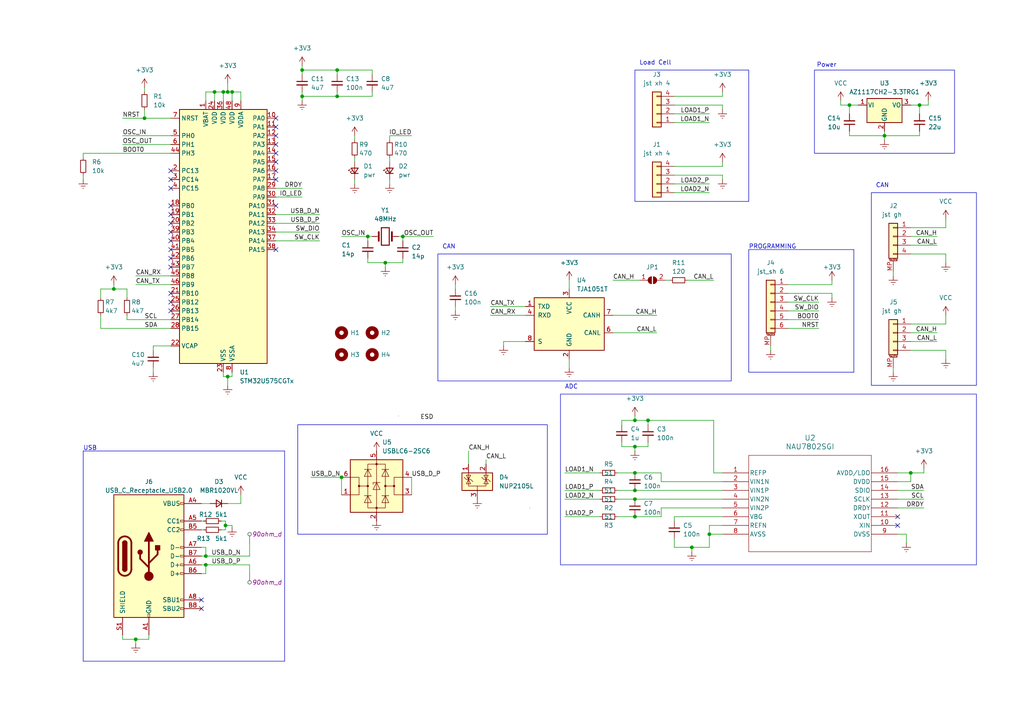
<source format=kicad_sch>
(kicad_sch (version 20230121) (generator eeschema)
  (paper "A4")
  (lib_symbols
    (symbol "+3V3_11" (power) (pin_names (offset 0))
      (property "Value" "+3V3_11" (at 0 3.556 0))
      (symbol "+3V3_11_1_1"
        (pin power_in line (at 0 0 90) (length 0) hide (name "+3V3") (number "1"))
      )
    )
    (symbol "Connector:USB_C_Receptacle_USB2.0" (pin_names (offset 1.016))
      (property "Reference" "J" (at -10.16 19.05 0))
      (property "Value" "USB_C_Receptacle_USB2.0" (at 19.05 19.05 0))
      (symbol "USB_C_Receptacle_USB2.0_1_1"
        (pin passive line (at 0 -22.86 90) (length 5.08) (name "GND") (number "A1"))
        (pin passive line (at 0 -22.86 90) (length 5.08) hide (name "GND") (number "A12"))
        (pin passive line (at 15.24 15.24 180) (length 5.08) (name "VBUS") (number "A4"))
        (pin bidirectional line (at 15.24 10.16 180) (length 5.08) (name "CC1") (number "A5"))
        (pin bidirectional line (at 15.24 -2.54 180) (length 5.08) (name "D+") (number "A6"))
        (pin bidirectional line (at 15.24 2.54 180) (length 5.08) (name "D-") (number "A7"))
        (pin bidirectional line (at 15.24 -12.7 180) (length 5.08) (name "SBU1") (number "A8"))
        (pin passive line (at 15.24 15.24 180) (length 5.08) hide (name "VBUS") (number "A9"))
        (pin passive line (at 0 -22.86 90) (length 5.08) hide (name "GND") (number "B1"))
        (pin passive line (at 0 -22.86 90) (length 5.08) hide (name "GND") (number "B12"))
        (pin passive line (at 15.24 15.24 180) (length 5.08) hide (name "VBUS") (number "B4"))
        (pin bidirectional line (at 15.24 7.62 180) (length 5.08) (name "CC2") (number "B5"))
        (pin bidirectional line (at 15.24 -5.08 180) (length 5.08) (name "D+") (number "B6"))
        (pin bidirectional line (at 15.24 0 180) (length 5.08) (name "D-") (number "B7"))
        (pin bidirectional line (at 15.24 -15.24 180) (length 5.08) (name "SBU2") (number "B8"))
        (pin passive line (at 15.24 15.24 180) (length 5.08) hide (name "VBUS") (number "B9"))
        (pin passive line (at -7.62 -22.86 90) (length 5.08) (name "SHIELD") (number "S1"))
      )
    )
    (symbol "Connector_Generic:Conn_01x04" (pin_names (offset 1.016) hide)
      (property "Reference" "J" (at 0 5.08 0))
      (property "Value" "Conn_01x04" (at 0 -7.62 0))
      (symbol "Conn_01x04_1_1"
        (pin passive line (at -5.08 2.54 0) (length 3.81) (name "Pin_1") (number "1"))
        (pin passive line (at -5.08 0 0) (length 3.81) (name "Pin_2") (number "2"))
        (pin passive line (at -5.08 -2.54 0) (length 3.81) (name "Pin_3") (number "3"))
        (pin passive line (at -5.08 -5.08 0) (length 3.81) (name "Pin_4") (number "4"))
      )
    )
    (symbol "Connector_Generic_MountingPin:Conn_01x04_MountingPin" (pin_names (offset 1.016) hide)
      (property "Reference" "J" (at 0 5.08 0))
      (property "Value" "Conn_01x04_MountingPin" (at 1.27 -7.62 0))
      (symbol "Conn_01x04_MountingPin_1_1"
        (text "Mounting" (at 0 -6.731 0) (effects (font (size 0.381 0.381))))
        (pin passive line (at -5.08 2.54 0) (length 3.81) (name "Pin_1") (number "1"))
        (pin passive line (at -5.08 0 0) (length 3.81) (name "Pin_2") (number "2"))
        (pin passive line (at -5.08 -2.54 0) (length 3.81) (name "Pin_3") (number "3"))
        (pin passive line (at -5.08 -5.08 0) (length 3.81) (name "Pin_4") (number "4"))
        (pin passive line (at 0 -10.16 90) (length 3.048) (name "MountPin") (number "MP"))
      )
    )
    (symbol "Connector_Generic_MountingPin:Conn_01x06_MountingPin" (pin_names (offset 1.016) hide)
      (property "Reference" "J" (at 0 7.62 0))
      (property "Value" "Conn_01x06_MountingPin" (at 1.27 -10.16 0))
      (symbol "Conn_01x06_MountingPin_1_1"
        (text "Mounting" (at 0 -9.271 0) (effects (font (size 0.381 0.381))))
        (pin passive line (at -5.08 5.08 0) (length 3.81) (name "Pin_1") (number "1"))
        (pin passive line (at -5.08 2.54 0) (length 3.81) (name "Pin_2") (number "2"))
        (pin passive line (at -5.08 0 0) (length 3.81) (name "Pin_3") (number "3"))
        (pin passive line (at -5.08 -2.54 0) (length 3.81) (name "Pin_4") (number "4"))
        (pin passive line (at -5.08 -5.08 0) (length 3.81) (name "Pin_5") (number "5"))
        (pin passive line (at -5.08 -7.62 0) (length 3.81) (name "Pin_6") (number "6"))
        (pin passive line (at 0 -12.7 90) (length 3.048) (name "MountPin") (number "MP"))
      )
    )
    (symbol "Device:C_Small" (pin_numbers hide) (pin_names (offset 0.254) hide)
      (property "Reference" "C" (at 0.254 1.778 0))
      (property "Value" "C_Small" (at 0.254 -2.032 0))
      (symbol "C_Small_1_1"
        (pin passive line (at 0 2.54 270) (length 2.032) (name "~") (number "1"))
        (pin passive line (at 0 -2.54 90) (length 2.032) (name "~") (number "2"))
      )
    )
    (symbol "Device:Crystal" (pin_numbers hide) (pin_names (offset 1.016) hide)
      (property "Reference" "Y" (at 0 3.81 0))
      (property "Value" "Crystal" (at 0 -3.81 0))
      (symbol "Crystal_1_1"
        (pin passive line (at -3.81 0 0) (length 1.27) (name "1") (number "1"))
        (pin passive line (at 3.81 0 180) (length 1.27) (name "2") (number "2"))
      )
    )
    (symbol "Device:D_Small" (pin_numbers hide) (pin_names (offset 0.254) hide)
      (property "Reference" "D" (at -1.27 2.032 0))
      (property "Value" "D_Small" (at -3.81 -2.032 0))
      (symbol "D_Small_1_1"
        (pin passive line (at -2.54 0 0) (length 1.778) (name "K") (number "1"))
        (pin passive line (at 2.54 0 180) (length 1.778) (name "A") (number "2"))
      )
    )
    (symbol "Device:LED_Small" (pin_numbers hide) (pin_names (offset 0.254) hide)
      (property "Reference" "D" (at -1.27 3.175 0))
      (property "Value" "LED_Small" (at -4.445 -2.54 0))
      (symbol "LED_Small_1_1"
        (pin passive line (at -2.54 0 0) (length 1.778) (name "K") (number "1"))
        (pin passive line (at 2.54 0 180) (length 1.778) (name "A") (number "2"))
      )
    )
    (symbol "Device:R_Small" (pin_numbers hide) (pin_names (offset 0.254) hide)
      (property "Reference" "R" (at 0.762 0.508 0))
      (property "Value" "R_Small" (at 0.762 -1.016 0))
      (symbol "R_Small_1_1"
        (pin passive line (at 0 2.54 270) (length 0.762) (name "~") (number "1"))
        (pin passive line (at 0 -2.54 90) (length 0.762) (name "~") (number "2"))
      )
    )
    (symbol "Earth_11" (power) (pin_names (offset 0))
      (symbol "Earth_11_1_1"
        (pin power_in line (at 0 0 270) (length 0) hide (name "Earth") (number "1"))
      )
    )
    (symbol "Earth_12" (power) (pin_names (offset 0))
      (symbol "Earth_12_1_1"
        (pin power_in line (at 0 0 270) (length 0) hide (name "Earth") (number "1"))
      )
    )
    (symbol "Earth_14" (power) (pin_names (offset 0))
      (symbol "Earth_14_1_1"
        (pin power_in line (at 0 0 270) (length 0) hide (name "Earth") (number "1"))
      )
    )
    (symbol "Earth_18" (power) (pin_names (offset 0))
      (symbol "Earth_18_1_1"
        (pin power_in line (at 0 0 270) (length 0) hide (name "Earth") (number "1"))
      )
    )
    (symbol "Earth_21" (power) (pin_names (offset 0))
      (symbol "Earth_21_1_1"
        (pin power_in line (at 0 0 270) (length 0) hide (name "Earth") (number "1"))
      )
    )
    (symbol "Earth_24" (power) (pin_names (offset 0))
      (symbol "Earth_24_1_1"
        (pin power_in line (at 0 0 270) (length 0) hide (name "Earth") (number "1"))
      )
    )
    (symbol "Interface_CAN_LIN:TJA1051T" (pin_names (offset 1.016))
      (property "Reference" "U" (at -10.16 8.89 0))
      (property "Value" "TJA1051T" (at 1.27 8.89 0))
      (symbol "TJA1051T_1_1"
        (pin input line (at -12.7 5.08 0) (length 2.54) (name "TXD") (number "1"))
        (pin power_in line (at 0 -10.16 90) (length 2.54) (name "GND") (number "2"))
        (pin power_in line (at 0 10.16 270) (length 2.54) (name "VCC") (number "3"))
        (pin output line (at -12.7 2.54 0) (length 2.54) (name "RXD") (number "4"))
        (pin no_connect line (at -10.16 -2.54 0) (length 2.54) hide (name "NC") (number "5"))
        (pin bidirectional line (at 12.7 -2.54 180) (length 2.54) (name "CANL") (number "6"))
        (pin bidirectional line (at 12.7 2.54 180) (length 2.54) (name "CANH") (number "7"))
        (pin input line (at -12.7 -5.08 0) (length 2.54) (name "S") (number "8"))
      )
    )
    (symbol "Jumper:SolderJumper_2_Open" (pin_names (offset 0) hide)
      (property "Reference" "JP" (at 0 2.032 0))
      (property "Value" "SolderJumper_2_Open" (at 0 -2.54 0))
      (symbol "SolderJumper_2_Open_1_1"
        (pin passive line (at -3.81 0 0) (length 2.54) (name "A") (number "1"))
        (pin passive line (at 3.81 0 180) (length 2.54) (name "B") (number "2"))
      )
    )
    (symbol "MCU_ST_STM32U5:STM32U575CGTx"
      (property "Reference" "U" (at -12.7 39.37 0))
      (property "Value" "STM32U575CGTx" (at 7.62 39.37 0))
      (symbol "STM32U575CGTx_1_1"
        (pin power_in line (at -5.08 40.64 270) (length 2.54) (name "VBAT") (number "1"))
        (pin bidirectional line (at 15.24 35.56 180) (length 2.54) (name "PA0") (number "10"))
        (pin bidirectional line (at 15.24 33.02 180) (length 2.54) (name "PA1") (number "11"))
        (pin bidirectional line (at 15.24 30.48 180) (length 2.54) (name "PA2") (number "12"))
        (pin bidirectional line (at 15.24 27.94 180) (length 2.54) (name "PA3") (number "13"))
        (pin bidirectional line (at 15.24 25.4 180) (length 2.54) (name "PA4") (number "14"))
        (pin bidirectional line (at 15.24 22.86 180) (length 2.54) (name "PA5") (number "15"))
        (pin bidirectional line (at 15.24 20.32 180) (length 2.54) (name "PA6") (number "16"))
        (pin bidirectional line (at 15.24 17.78 180) (length 2.54) (name "PA7") (number "17"))
        (pin bidirectional line (at -15.24 10.16 0) (length 2.54) (name "PB0") (number "18"))
        (pin bidirectional line (at -15.24 7.62 0) (length 2.54) (name "PB1") (number "19"))
        (pin bidirectional line (at -15.24 20.32 0) (length 2.54) (name "PC13") (number "2"))
        (pin bidirectional line (at -15.24 5.08 0) (length 2.54) (name "PB2") (number "20"))
        (pin bidirectional line (at -15.24 -15.24 0) (length 2.54) (name "PB10") (number "21"))
        (pin power_out line (at -15.24 -30.48 0) (length 2.54) (name "VCAP") (number "22"))
        (pin power_in line (at 0 -38.1 90) (length 2.54) (name "VSS") (number "23"))
        (pin power_in line (at -2.54 40.64 270) (length 2.54) (name "VDD") (number "24"))
        (pin bidirectional line (at -15.24 -17.78 0) (length 2.54) (name "PB12") (number "25"))
        (pin bidirectional line (at -15.24 -20.32 0) (length 2.54) (name "PB13") (number "26"))
        (pin bidirectional line (at -15.24 -22.86 0) (length 2.54) (name "PB14") (number "27"))
        (pin bidirectional line (at -15.24 -25.4 0) (length 2.54) (name "PB15") (number "28"))
        (pin bidirectional line (at 15.24 15.24 180) (length 2.54) (name "PA8") (number "29"))
        (pin bidirectional line (at -15.24 17.78 0) (length 2.54) (name "PC14") (number "3"))
        (pin bidirectional line (at 15.24 12.7 180) (length 2.54) (name "PA9") (number "30"))
        (pin bidirectional line (at 15.24 10.16 180) (length 2.54) (name "PA10") (number "31"))
        (pin bidirectional line (at 15.24 7.62 180) (length 2.54) (name "PA11") (number "32"))
        (pin bidirectional line (at 15.24 5.08 180) (length 2.54) (name "PA12") (number "33"))
        (pin bidirectional line (at 15.24 2.54 180) (length 2.54) (name "PA13") (number "34"))
        (pin passive line (at 0 -38.1 90) (length 2.54) hide (name "VSS") (number "35"))
        (pin power_in line (at 0 40.64 270) (length 2.54) (name "VDD") (number "36"))
        (pin bidirectional line (at 15.24 0 180) (length 2.54) (name "PA14") (number "37"))
        (pin bidirectional line (at 15.24 -2.54 180) (length 2.54) (name "PA15") (number "38"))
        (pin bidirectional line (at -15.24 2.54 0) (length 2.54) (name "PB3") (number "39"))
        (pin bidirectional line (at -15.24 15.24 0) (length 2.54) (name "PC15") (number "4"))
        (pin bidirectional line (at -15.24 0 0) (length 2.54) (name "PB4") (number "40"))
        (pin bidirectional line (at -15.24 -2.54 0) (length 2.54) (name "PB5") (number "41"))
        (pin bidirectional line (at -15.24 -5.08 0) (length 2.54) (name "PB6") (number "42"))
        (pin bidirectional line (at -15.24 -7.62 0) (length 2.54) (name "PB7") (number "43"))
        (pin bidirectional line (at -15.24 25.4 0) (length 2.54) (name "PH3") (number "44"))
        (pin bidirectional line (at -15.24 -10.16 0) (length 2.54) (name "PB8") (number "45"))
        (pin bidirectional line (at -15.24 -12.7 0) (length 2.54) (name "PB9") (number "46"))
        (pin passive line (at 0 -38.1 90) (length 2.54) hide (name "VSS") (number "47"))
        (pin power_in line (at 2.54 40.64 270) (length 2.54) (name "VDD") (number "48"))
        (pin bidirectional line (at -15.24 30.48 0) (length 2.54) (name "PH0") (number "5"))
        (pin bidirectional line (at -15.24 27.94 0) (length 2.54) (name "PH1") (number "6"))
        (pin input line (at -15.24 35.56 0) (length 2.54) (name "NRST") (number "7"))
        (pin power_in line (at 2.54 -38.1 90) (length 2.54) (name "VSSA") (number "8"))
        (pin power_in line (at 5.08 40.64 270) (length 2.54) (name "VDDA") (number "9"))
      )
    )
    (symbol "Mechanical:MountingHole" (pin_names (offset 1.016))
      (property "Reference" "H" (at 0 5.08 0))
      (property "Value" "MountingHole" (at 0 3.175 0))
    )
    (symbol "NAU7802SGI:NAU7802SGI" (pin_names (offset 0.254))
      (property "Reference" "U" (at 25.4 10.16 0))
      (property "Value" "NAU7802SGI" (at 25.4 7.62 0))
      (symbol "NAU7802SGI_0_1"
        (pin unspecified line (at 0 0 0) (length 7.62) (name "REFP") (number "1"))
        (pin unspecified line (at 50.8 -15.24 180) (length 7.62) (name "XIN") (number "10"))
        (pin output line (at 50.8 -12.7 180) (length 7.62) (name "XOUT") (number "11"))
        (pin unspecified line (at 50.8 -10.16 180) (length 7.62) (name "DRDY") (number "12"))
        (pin unspecified line (at 50.8 -7.62 180) (length 7.62) (name "SCLK") (number "13"))
        (pin unspecified line (at 50.8 -5.08 180) (length 7.62) (name "SDIO") (number "14"))
        (pin power_in line (at 50.8 -2.54 180) (length 7.62) (name "DVDD") (number "15"))
        (pin power_in line (at 50.8 0 180) (length 7.62) (name "AVDD/LDO") (number "16"))
        (pin input line (at 0 -2.54 0) (length 7.62) (name "VIN1N") (number "2"))
        (pin input line (at 0 -5.08 0) (length 7.62) (name "VIN1P") (number "3"))
        (pin input line (at 0 -7.62 0) (length 7.62) (name "VIN2N") (number "4"))
        (pin input line (at 0 -10.16 0) (length 7.62) (name "VIN2P") (number "5"))
        (pin unspecified line (at 0 -12.7 0) (length 7.62) (name "VBG") (number "6"))
        (pin unspecified line (at 0 -15.24 0) (length 7.62) (name "REFN") (number "7"))
        (pin power_out line (at 0 -17.78 0) (length 7.62) (name "AVSS") (number "8"))
        (pin power_out line (at 50.8 -17.78 180) (length 7.62) (name "DVSS") (number "9"))
      )
    )
    (symbol "Power_Protection:NUP2105L" (pin_names hide)
      (property "Reference" "D" (at 5.715 2.54 0))
      (property "Value" "NUP2105L" (at 5.715 0.635 0))
      (symbol "NUP2105L_0_0"
        (pin passive line (at 0 -5.08 90) (length 2.54) (name "A") (number "3"))
      )
      (symbol "NUP2105L_1_1"
        (pin passive line (at -2.54 5.08 270) (length 2.54) (name "K") (number "1"))
        (pin passive line (at 2.54 5.08 270) (length 2.54) (name "K") (number "2"))
      )
    )
    (symbol "Power_Protection:USBLC6-2SC6" (pin_names hide)
      (property "Reference" "U" (at 2.54 8.89 0))
      (property "Value" "USBLC6-2SC6" (at 2.54 -8.89 0))
      (symbol "USBLC6-2SC6_1_1"
        (pin passive line (at -10.16 -2.54 0) (length 2.54) (name "I/O1") (number "1"))
        (pin passive line (at 0 -10.16 90) (length 2.54) (name "GND") (number "2"))
        (pin passive line (at 10.16 -2.54 180) (length 2.54) (name "I/O2") (number "3"))
        (pin passive line (at 10.16 2.54 180) (length 2.54) (name "I/O2") (number "4"))
        (pin passive line (at 0 10.16 270) (length 2.54) (name "VBUS") (number "5"))
        (pin passive line (at -10.16 2.54 0) (length 2.54) (name "I/O1") (number "6"))
      )
    )
    (symbol "Regulator_Linear:LM2936-3.3" (pin_names (offset 0.254))
      (property "Reference" "U" (at -3.81 3.175 0))
      (property "Value" "LM2936-3.3" (at 0 3.175 0))
      (symbol "LM2936-3.3_1_1"
        (pin power_in line (at -7.62 0 0) (length 2.54) (name "VI") (number "1"))
        (pin power_in line (at 0 -7.62 90) (length 2.54) (name "GND") (number "2"))
        (pin power_out line (at 7.62 0 180) (length 2.54) (name "VO") (number "3"))
      )
    )
    (symbol "power:+3V3" (power) (pin_names (offset 0))
      (property "Value" "+3V3" (at 0 3.556 0))
      (symbol "+3V3_1_1"
        (pin power_in line (at 0 0 90) (length 0) hide (name "+3V3") (number "1"))
      )
    )
    (symbol "power:Earth" (power) (pin_names (offset 0))
      (symbol "Earth_1_1"
        (pin power_in line (at 0 0 270) (length 0) hide (name "Earth") (number "1"))
      )
    )
    (symbol "power:VCC" (power) (pin_names (offset 0))
      (property "Value" "VCC" (at 0 3.81 0))
      (symbol "VCC_1_1"
        (pin power_in line (at 0 0 90) (length 0) hide (name "VCC") (number "1"))
      )
    )
  )
  (junction (at 200.66 158.75))
  (junction (at 39.37 185.42))
  (junction (at 87.63 20.32))
  (junction (at 205.74 154.94))
  (junction (at 66.04 109.22))
  (junction (at 184.15 129.54))
  (junction (at 66.04 26.67))
  (junction (at 67.31 26.67))
  (junction (at 62.23 26.67))
  (junction (at 187.96 121.92))
  (junction (at 87.63 27.94))
  (junction (at 59.69 163.83))
  (junction (at 116.84 68.58))
  (junction (at 64.77 26.67))
  (junction (at 184.15 142.24))
  (junction (at 184.15 144.78))
  (junction (at 256.54 39.37))
  (junction (at 266.7 30.48))
  (junction (at 59.69 161.29))
  (junction (at 99.06 138.43))
  (junction (at 264.16 137.16))
  (junction (at 246.38 30.48))
  (junction (at 106.68 68.58))
  (junction (at 111.76 76.2))
  (junction (at 97.79 20.32))
  (junction (at 184.15 149.86))
  (junction (at 184.15 137.16))
  (junction (at 33.02 83.82))
  (junction (at 184.15 121.92))
  (junction (at 97.79 27.94))
  (junction (at 65.405 152.4))
  (junction (at 41.91 34.29))
  (no_connect (at 58.42 176.53))
  (no_connect (at 80.01 72.39))
  (no_connect (at 260.35 149.86))
  (no_connect (at 49.53 54.61))
  (no_connect (at 49.53 59.69))
  (no_connect (at 49.53 74.93))
  (no_connect (at 49.53 64.77))
  (no_connect (at 80.01 34.29))
  (no_connect (at 49.53 90.17))
  (no_connect (at 49.53 77.47))
  (no_connect (at 49.53 67.31))
  (no_connect (at 80.01 59.69))
  (no_connect (at 260.35 152.4))
  (no_connect (at 49.53 87.63))
  (no_connect (at 80.01 36.83))
  (no_connect (at 49.53 69.85))
  (no_connect (at 80.01 52.07))
  (no_connect (at 80.01 41.91))
  (no_connect (at 58.42 173.99))
  (no_connect (at 80.01 46.99))
  (no_connect (at 49.53 72.39))
  (no_connect (at 80.01 39.37))
  (no_connect (at 80.01 49.53))
  (no_connect (at 49.53 62.23))
  (no_connect (at 49.53 85.09))
  (no_connect (at 49.53 49.53))
  (no_connect (at 49.53 52.07))
  (no_connect (at 80.01 44.45))
  (wire (pts (xy 41.91 25.4) (xy 41.91 26.67)))
  (wire (pts (xy 87.63 19.05) (xy 87.63 20.32)))
  (wire (pts (xy 195.58 35.56) (xy 205.74 35.56)))
  (wire (pts (xy 58.42 163.83) (xy 59.69 163.83)))
  (wire (pts (xy 165.1 81.28) (xy 165.1 83.82)))
  (wire (pts (xy 163.83 137.16) (xy 173.99 137.16)))
  (wire (pts (xy 64.77 26.67) (xy 62.23 26.67)))
  (wire (pts (xy 66.04 109.22) (xy 67.31 109.22)))
  (wire (pts (xy 267.97 137.16) (xy 264.16 137.16)))
  (wire (pts (xy 165.1 104.14) (xy 165.1 106.68)))
  (wire (pts (xy 193.04 81.28) (xy 194.31 81.28)))
  (wire (pts (xy 66.04 109.22) (xy 66.04 111.76)))
  (wire (pts (xy 264.16 73.66) (xy 274.32 73.66)))
  (wire (pts (xy 177.8 81.28) (xy 185.42 81.28)))
  (wire (pts (xy 177.8 96.52) (xy 190.5 96.52)))
  (wire (pts (xy 39.37 80.01) (xy 49.53 80.01)))
  (wire (pts (xy 142.24 88.9) (xy 152.4 88.9)))
  (wire (pts (xy 209.55 137.16) (xy 207.01 137.16)))
  (wire (pts (xy 163.83 149.86) (xy 173.99 149.86)))
  (wire (pts (xy 256.54 39.37) (xy 266.7 39.37)))
  (wire (pts (xy 266.7 39.37) (xy 266.7 38.1)))
  (wire (pts (xy 246.38 30.48) (xy 243.84 30.48)))
  (wire (pts (xy 113.03 39.37) (xy 113.03 40.64)))
  (wire (pts (xy 39.37 82.55) (xy 49.53 82.55)))
  (wire (pts (xy 209.55 50.8) (xy 209.55 52.07)))
  (wire (pts (xy 80.01 64.77) (xy 92.71 64.77)))
  (wire (pts (xy 58.42 166.37) (xy 59.69 166.37)))
  (wire (pts (xy 256.54 39.37) (xy 256.54 40.64)))
  (wire (pts (xy 65.405 152.4) (xy 67.31 152.4)))
  (wire (pts (xy 184.15 120.65) (xy 184.15 121.92)))
  (wire (pts (xy 24.13 44.45) (xy 24.13 45.72)))
  (wire (pts (xy 260.35 139.7) (xy 264.16 139.7)))
  (wire (pts (xy 195.58 156.21) (xy 195.58 158.75)))
  (wire (pts (xy 64.135 153.67) (xy 65.405 153.67)))
  (wire (pts (xy 191.77 139.7) (xy 191.77 137.16)))
  (wire (pts (xy 132.08 82.55) (xy 132.08 83.82)))
  (wire (pts (xy 87.63 54.61) (xy 80.01 54.61)))
  (wire (pts (xy 116.84 68.58) (xy 125.73 68.58)))
  (wire (pts (xy 142.24 91.44) (xy 152.4 91.44)))
  (wire (pts (xy 195.58 55.88) (xy 205.74 55.88)))
  (wire (pts (xy 241.3 81.28) (xy 241.3 82.55)))
  (wire (pts (xy 39.37 185.42) (xy 39.37 186.69)))
  (wire (pts (xy 59.69 29.21) (xy 59.69 26.67)))
  (wire (pts (xy 135.89 130.81) (xy 135.89 134.62)))
  (wire (pts (xy 69.85 146.05) (xy 69.85 143.51)))
  (wire (pts (xy 152.4 99.06) (xy 146.05 99.06)))
  (wire (pts (xy 102.87 39.37) (xy 102.87 40.64)))
  (wire (pts (xy 228.6 82.55) (xy 241.3 82.55)))
  (wire (pts (xy 163.83 142.24) (xy 173.99 142.24)))
  (wire (pts (xy 80.01 57.15) (xy 87.63 57.15)))
  (wire (pts (xy 260.35 154.94) (xy 262.89 154.94)))
  (wire (pts (xy 180.34 129.54) (xy 184.15 129.54)))
  (wire (pts (xy 248.92 30.48) (xy 246.38 30.48)))
  (wire (pts (xy 116.84 76.2) (xy 116.84 74.93)))
  (wire (pts (xy 195.58 48.26) (xy 209.55 48.26)))
  (wire (pts (xy 72.39 157.48) (xy 72.39 161.29)))
  (wire (pts (xy 228.6 90.17) (xy 237.49 90.17)))
  (wire (pts (xy 59.69 166.37) (xy 59.69 163.83)))
  (wire (pts (xy 184.15 144.78) (xy 209.55 144.78)))
  (wire (pts (xy 179.07 142.24) (xy 184.15 142.24)))
  (polyline (pts (xy 217.17 72.39) (xy 247.65 72.39)))
  (wire (pts (xy 199.39 81.28) (xy 207.01 81.28)))
  (wire (pts (xy 59.69 161.29) (xy 72.39 161.29)))
  (wire (pts (xy 264.16 71.12) (xy 271.78 71.12)))
  (polyline (pts (xy 247.65 107.95) (xy 217.17 107.95)))
  (wire (pts (xy 35.56 184.15) (xy 35.56 185.42)))
  (wire (pts (xy 187.96 129.54) (xy 187.96 128.27)))
  (wire (pts (xy 107.95 27.94) (xy 107.95 26.67)))
  (wire (pts (xy 66.04 26.67) (xy 64.77 26.67)))
  (wire (pts (xy 264.16 30.48) (xy 266.7 30.48)))
  (wire (pts (xy 195.58 33.02) (xy 205.74 33.02)))
  (wire (pts (xy 69.85 29.21) (xy 69.85 26.67)))
  (wire (pts (xy 87.63 20.32) (xy 87.63 21.59)))
  (wire (pts (xy 184.15 149.86) (xy 191.77 149.86)))
  (wire (pts (xy 41.91 34.29) (xy 49.53 34.29)))
  (wire (pts (xy 195.58 53.34) (xy 205.74 53.34)))
  (wire (pts (xy 113.03 45.72) (xy 113.03 46.99)))
  (wire (pts (xy 99.06 138.43) (xy 99.06 143.51)))
  (wire (pts (xy 228.6 85.09) (xy 241.3 85.09)))
  (wire (pts (xy 177.8 91.44) (xy 190.5 91.44)))
  (wire (pts (xy 62.23 26.67) (xy 62.23 29.21)))
  (wire (pts (xy 260.35 144.78) (xy 267.97 144.78)))
  (wire (pts (xy 228.6 92.71) (xy 237.49 92.71)))
  (wire (pts (xy 191.77 149.86) (xy 191.77 147.32)))
  (wire (pts (xy 29.21 83.82) (xy 33.02 83.82)))
  (wire (pts (xy 87.63 27.94) (xy 87.63 29.21)))
  (wire (pts (xy 58.42 146.05) (xy 60.96 146.05)))
  (wire (pts (xy 115.57 68.58) (xy 116.84 68.58)))
  (wire (pts (xy 41.91 31.75) (xy 41.91 34.29)))
  (wire (pts (xy 59.69 26.67) (xy 62.23 26.67)))
  (wire (pts (xy 179.07 149.86) (xy 184.15 149.86)))
  (polyline (pts (xy 247.65 72.39) (xy 247.65 107.95)))
  (wire (pts (xy 69.85 26.67) (xy 67.31 26.67)))
  (wire (pts (xy 184.15 129.54) (xy 187.96 129.54)))
  (wire (pts (xy 35.56 39.37) (xy 49.53 39.37)))
  (wire (pts (xy 67.31 26.67) (xy 67.31 29.21)))
  (wire (pts (xy 59.69 161.29) (xy 59.69 158.75)))
  (wire (pts (xy 163.83 144.78) (xy 173.99 144.78)))
  (wire (pts (xy 180.34 121.92) (xy 184.15 121.92)))
  (wire (pts (xy 184.15 142.24) (xy 209.55 142.24)))
  (wire (pts (xy 256.54 38.1) (xy 256.54 39.37)))
  (wire (pts (xy 132.08 90.17) (xy 132.08 88.9)))
  (wire (pts (xy 267.97 135.89) (xy 267.97 137.16)))
  (wire (pts (xy 66.04 146.05) (xy 69.85 146.05)))
  (wire (pts (xy 64.77 107.95) (xy 64.77 109.22)))
  (wire (pts (xy 80.01 62.23) (xy 92.71 62.23)))
  (wire (pts (xy 205.74 154.94) (xy 209.55 154.94)))
  (wire (pts (xy 264.16 96.52) (xy 271.78 96.52)))
  (wire (pts (xy 195.58 30.48) (xy 209.55 30.48)))
  (wire (pts (xy 35.56 41.91) (xy 49.53 41.91)))
  (wire (pts (xy 113.03 52.07) (xy 113.03 53.34)))
  (wire (pts (xy 107.95 21.59) (xy 107.95 20.32)))
  (wire (pts (xy 259.08 106.68) (xy 259.08 107.95)))
  (wire (pts (xy 97.79 20.32) (xy 87.63 20.32)))
  (wire (pts (xy 195.58 149.86) (xy 209.55 149.86)))
  (wire (pts (xy 191.77 147.32) (xy 209.55 147.32)))
  (wire (pts (xy 119.38 138.43) (xy 119.38 143.51)))
  (wire (pts (xy 113.03 39.37) (xy 119.38 39.37)))
  (wire (pts (xy 223.52 100.33) (xy 223.52 101.6)))
  (wire (pts (xy 260.35 137.16) (xy 264.16 137.16)))
  (wire (pts (xy 116.84 69.85) (xy 116.84 68.58)))
  (wire (pts (xy 35.56 34.29) (xy 41.91 34.29)))
  (wire (pts (xy 33.02 83.82) (xy 33.02 82.55)))
  (wire (pts (xy 264.16 68.58) (xy 271.78 68.58)))
  (wire (pts (xy 180.34 128.27) (xy 180.34 129.54)))
  (wire (pts (xy 184.15 121.92) (xy 187.96 121.92)))
  (wire (pts (xy 87.63 27.94) (xy 97.79 27.94)))
  (wire (pts (xy 209.55 152.4) (xy 205.74 152.4)))
  (wire (pts (xy 65.405 153.67) (xy 65.405 152.4)))
  (wire (pts (xy 24.13 50.8) (xy 24.13 52.07)))
  (wire (pts (xy 106.68 69.85) (xy 106.68 68.58)))
  (wire (pts (xy 67.31 107.95) (xy 67.31 109.22)))
  (wire (pts (xy 191.77 137.16) (xy 184.15 137.16)))
  (wire (pts (xy 29.21 83.82) (xy 29.21 86.36)))
  (wire (pts (xy 200.66 158.75) (xy 205.74 158.75)))
  (wire (pts (xy 87.63 26.67) (xy 87.63 27.94)))
  (wire (pts (xy 246.38 30.48) (xy 246.38 33.02)))
  (wire (pts (xy 59.69 163.83) (xy 72.39 163.83)))
  (polyline (pts (xy 217.17 72.39) (xy 217.17 107.95)))
  (wire (pts (xy 180.34 123.19) (xy 180.34 121.92)))
  (wire (pts (xy 243.84 30.48) (xy 243.84 29.21)))
  (wire (pts (xy 259.08 78.74) (xy 259.08 80.01)))
  (wire (pts (xy 187.96 121.92) (xy 187.96 123.19)))
  (wire (pts (xy 274.32 66.04) (xy 274.32 63.5)))
  (polyline (pts (xy 24.13 130.81) (xy 24.13 191.77)))
  (wire (pts (xy 260.35 147.32) (xy 267.97 147.32)))
  (wire (pts (xy 64.77 109.22) (xy 66.04 109.22)))
  (wire (pts (xy 102.87 52.07) (xy 102.87 53.34)))
  (wire (pts (xy 179.07 137.16) (xy 184.15 137.16)))
  (wire (pts (xy 195.58 158.75) (xy 200.66 158.75)))
  (wire (pts (xy 59.69 158.75) (xy 58.42 158.75)))
  (wire (pts (xy 264.16 101.6) (xy 274.32 101.6)))
  (wire (pts (xy 44.45 106.68) (xy 44.45 107.95)))
  (wire (pts (xy 65.405 152.4) (xy 65.405 151.13)))
  (wire (pts (xy 67.31 153.035) (xy 67.31 152.4)))
  (wire (pts (xy 191.77 139.7) (xy 209.55 139.7)))
  (wire (pts (xy 264.16 66.04) (xy 274.32 66.04)))
  (wire (pts (xy 274.32 73.66) (xy 274.32 76.2)))
  (wire (pts (xy 72.39 166.37) (xy 72.39 163.83)))
  (wire (pts (xy 106.68 68.58) (xy 107.95 68.58)))
  (wire (pts (xy 184.15 129.54) (xy 184.15 130.81)))
  (wire (pts (xy 264.16 93.98) (xy 274.32 93.98)))
  (wire (pts (xy 67.31 26.67) (xy 66.04 26.67)))
  (wire (pts (xy 264.16 137.16) (xy 264.16 139.7)))
  (wire (pts (xy 209.55 30.48) (xy 209.55 31.75)))
  (wire (pts (xy 266.7 30.48) (xy 266.7 33.02)))
  (wire (pts (xy 246.38 39.37) (xy 256.54 39.37)))
  (polyline (pts (xy 82.55 191.77) (xy 82.55 130.81)))
  (wire (pts (xy 66.04 24.13) (xy 66.04 26.67)))
  (wire (pts (xy 269.24 30.48) (xy 269.24 29.21)))
  (wire (pts (xy 228.6 95.25) (xy 237.49 95.25)))
  (wire (pts (xy 39.37 185.42) (xy 43.18 185.42)))
  (wire (pts (xy 187.96 121.92) (xy 207.01 121.92)))
  (wire (pts (xy 58.42 153.67) (xy 59.055 153.67)))
  (wire (pts (xy 241.3 85.09) (xy 241.3 86.36)))
  (wire (pts (xy 195.58 151.13) (xy 195.58 149.86)))
  (wire (pts (xy 140.97 133.35) (xy 140.97 134.62)))
  (wire (pts (xy 262.89 154.94) (xy 262.89 157.48)))
  (wire (pts (xy 111.76 76.2) (xy 116.84 76.2)))
  (wire (pts (xy 97.79 27.94) (xy 107.95 27.94)))
  (wire (pts (xy 35.56 185.42) (xy 39.37 185.42)))
  (wire (pts (xy 64.77 26.67) (xy 64.77 29.21)))
  (wire (pts (xy 209.55 46.99) (xy 209.55 48.26)))
  (wire (pts (xy 266.7 30.48) (xy 269.24 30.48)))
  (wire (pts (xy 80.01 69.85) (xy 92.71 69.85)))
  (wire (pts (xy 97.79 20.32) (xy 107.95 20.32)))
  (wire (pts (xy 106.68 76.2) (xy 111.76 76.2)))
  (wire (pts (xy 43.18 184.15) (xy 43.18 185.42)))
  (polyline (pts (xy 24.13 191.77) (xy 82.55 191.77)))
  (wire (pts (xy 111.76 76.2) (xy 111.76 77.47)))
  (wire (pts (xy 44.45 100.33) (xy 44.45 101.6)))
  (wire (pts (xy 58.42 151.13) (xy 59.055 151.13)))
  (wire (pts (xy 36.83 91.44) (xy 36.83 92.71)))
  (wire (pts (xy 207.01 137.16) (xy 207.01 121.92)))
  (wire (pts (xy 36.83 83.82) (xy 36.83 86.36)))
  (polyline (pts (xy 24.13 130.81) (xy 82.55 130.81)))
  (wire (pts (xy 97.79 20.32) (xy 97.79 21.59)))
  (wire (pts (xy 29.21 91.44) (xy 29.21 95.25)))
  (wire (pts (xy 195.58 27.94) (xy 209.55 27.94)))
  (wire (pts (xy 58.42 161.29) (xy 59.69 161.29)))
  (wire (pts (xy 274.32 101.6) (xy 274.32 104.14)))
  (wire (pts (xy 90.17 138.43) (xy 99.06 138.43)))
  (wire (pts (xy 80.01 67.31) (xy 92.71 67.31)))
  (wire (pts (xy 274.32 93.98) (xy 274.32 91.44)))
  (wire (pts (xy 228.6 87.63) (xy 237.49 87.63)))
  (wire (pts (xy 49.53 100.33) (xy 44.45 100.33)))
  (wire (pts (xy 205.74 152.4) (xy 205.74 154.94)))
  (wire (pts (xy 102.87 45.72) (xy 102.87 46.99)))
  (wire (pts (xy 97.79 26.67) (xy 97.79 27.94)))
  (wire (pts (xy 260.35 142.24) (xy 267.97 142.24)))
  (wire (pts (xy 264.16 99.06) (xy 271.78 99.06)))
  (wire (pts (xy 36.83 92.71) (xy 49.53 92.71)))
  (wire (pts (xy 64.135 151.13) (xy 65.405 151.13)))
  (wire (pts (xy 195.58 50.8) (xy 209.55 50.8)))
  (wire (pts (xy 209.55 26.67) (xy 209.55 27.94)))
  (wire (pts (xy 99.06 68.58) (xy 106.68 68.58)))
  (wire (pts (xy 179.07 144.78) (xy 184.15 144.78)))
  (wire (pts (xy 24.13 44.45) (xy 49.53 44.45)))
  (wire (pts (xy 246.38 38.1) (xy 246.38 39.37)))
  (wire (pts (xy 33.02 83.82) (xy 36.83 83.82)))
  (wire (pts (xy 205.74 154.94) (xy 205.74 158.75)))
  (wire (pts (xy 29.21 95.25) (xy 49.53 95.25)))
  (wire (pts (xy 106.68 74.93) (xy 106.68 76.2)))
  (wire (pts (xy 200.66 158.75) (xy 200.66 160.02)))
  (wire (pts (xy 146.05 99.06) (xy 146.05 100.33)))
  (rectangle (start 162.56 114.3) (end 283.21 163.83))
  (rectangle (start 236.22 20.32) (end 276.86 44.45))
  (rectangle (start 252.73 55.88) (end 283.21 111.76))
  (rectangle (start 115.57 120.65) (end 115.57 120.65))
  (rectangle (start 127 73.66) (end 212.09 110.49))
  (rectangle (start 184.15 20.32) (end 217.17 58.42))
  (rectangle (start 86.36 123.19) (end 158.75 154.94))
  (rectangle (start 153.67 147.32) (end 153.67 147.32))
  (text "Power" (at 236.855 19.685 0) (effects (font (size 1.27 1.27)) (justify left bottom)))
  (text "CAN" (at 254 54.61 0) (effects (font (size 1.27 1.27)) (justify left bottom)))
  (text "USB" (at 24.13 130.81 0) (effects (font (size 1.27 1.27)) (justify left bottom)))
  (text "PROGRAMMING" (at 217.17 72.39 0) (effects (font (size 1.27 1.27)) (justify left bottom)))
  (text "ADC" (at 163.83 113.03 0) (effects (font (size 1.27 1.27)) (justify left bottom)))
  (text "Load Cell" (at 185.42 19.05 0) (effects (font (size 1.27 1.27)) (justify left bottom)))
  (text "CAN" (at 128.27 72.39 0) (effects (font (size 1.27 1.27)) (justify left bottom)))
  (label "ESD" (at 121.92 121.92 0))
  (label "OSC_IN" (at 35.56 39.37 0))
  (label "CAN_L" (at 271.78 71.12 180))
  (label "IO_LED" (at 119.38 39.37 180))
  (label "LOAD2_P" (at 205.74 53.34 180))
  (label "CAN_H" (at 190.5 91.44 180))
  (label "USB_D_P" (at 69.85 163.83 180))
  (label "CAN_TX" (at 142.24 88.9 0))
  (label "LOAD1_N" (at 205.74 35.56 180))
  (label "LOAD2_N" (at 163.83 144.78 0))
  (label "DRDY" (at 87.63 54.61 180))
  (label "CAN_TX" (at 39.37 82.55 0))
  (label "BOOT0" (at 237.49 92.71 180))
  (label "CAN_L" (at 207.01 81.28 180))
  (label "SDA" (at 41.91 95.25 0))
  (label "CAN_H" (at 271.78 68.58 180))
  (label "DRDY" (at 267.97 147.32 180))
  (label "LOAD1_P" (at 163.83 142.24 0))
  (label "SW_CLK" (at 237.49 87.63 180))
  (label "CAN_H" (at 177.8 81.28 0))
  (label "LOAD1_N" (at 163.83 137.16 0))
  (label "USB_D_P" (at 119.38 138.43 0))
  (label "USB_D_N" (at 69.85 161.29 180))
  (label "CAN_H" (at 135.89 130.81 0))
  (label "OSC_IN" (at 99.06 68.58 0))
  (label "CAN_RX" (at 142.24 91.44 0))
  (label "LOAD2_N" (at 205.74 55.88 180))
  (label "SDA" (at 267.97 142.24 180))
  (label "OSC_OUT" (at 35.56 41.91 0))
  (label "SW_CLK" (at 92.71 69.85 180))
  (label "IO_LED" (at 87.63 57.15 180))
  (label "SCL" (at 41.91 92.71 0))
  (label "CAN_L" (at 190.5 96.52 180))
  (label "NRST" (at 237.49 95.25 180))
  (label "SCL" (at 267.97 144.78 180))
  (label "BOOT0" (at 35.56 44.45 0))
  (label "LOAD2_P" (at 163.83 149.86 0))
  (label "CAN_L" (at 140.97 133.35 0))
  (label "USB_D_N" (at 92.71 62.23 180))
  (label "USB_D_P" (at 92.71 64.77 180))
  (label "CAN_L" (at 271.78 99.06 180))
  (label "SW_DIO" (at 92.71 67.31 180))
  (label "OSC_OUT" (at 125.73 68.58 180))
  (label "CAN_RX" (at 39.37 80.01 0))
  (label "USB_D_N" (at 90.17 138.43 0))
  (label "LOAD1_P" (at 205.74 33.02 180))
  (label "NRST" (at 35.56 34.29 0))
  (label "CAN_H" (at 271.78 96.52 180))
  (label "SW_DIO" (at 237.49 90.17 180))
  (netclass_flag "" (length 2.54) (shape round) (at 72.39 157.48 0) (property "Netclass" "90ohm_d" (at 73.0885 154.94 0) (effects (font italic) (justify left))))
  (netclass_flag "" (length 2.54) (shape round) (at 72.39 166.37 180) (property "Netclass" "90ohm_d" (at 73.0885 168.91 0) (effects (font italic) (justify left))))
  (symbol (lib_id "Device:C_Small") (at 44.45 104.14 180) (unit 1)
    (property "Reference" "C10" (at 38.1 102.87 0) (effects (justify right)))
    (property "Value" "4u7" (at 38.1 105.41 0) (effects (justify right)))
    (property "Footprint" "Capacitor_SMD:C_0603_1608Metric_Pad1.08x0.95mm_HandSolder" (effects hide))
  )
  (symbol (lib_id "Regulator_Linear:LM2936-3.3") (at 256.54 30.48 0) (unit 1)
    (property "Reference" "U3" (at 256.54 24.13 0))
    (property "Value" "AZ1117CH2-3.3TRG1" (at 256.54 26.67 0))
    (property "Footprint" "Package_TO_SOT_SMD:SOT-223-3_TabPin2" (effects hide))
    (property "Datasheet" "http://www.ti.com/lit/ds/symlink/lm2936.pdf" (effects hide))
  )
  (symbol (lib_id "Device:C_Small") (at 106.68 72.39 0) (unit 1)
    (property "Reference" "C1" (at 99.06 71.12 0) (effects (justify left)))
    (property "Value" "14p" (at 99.06 73.66 0) (effects (justify left)))
    (property "Footprint" "Capacitor_SMD:C_0603_1608Metric_Pad1.08x0.95mm_HandSolder" (effects hide))
  )
  (symbol (lib_name "Earth_11") (lib_id "power:Earth") (at 39.37 186.69 0) (unit 1)
    (property "Reference" "#PWR022" (effects hide))
    (property "Value" "Earth" (effects hide))
  )
  (symbol (lib_id "power:VCC") (at 243.84 29.21 0) (unit 1)
    (property "Reference" "#PWR032" (effects hide))
    (property "Value" "VCC" (at 243.84 24.13 0))
  )
  (symbol (lib_id "Device:R_Small") (at 61.595 151.13 90) (unit 1)
    (property "Reference" "R12" (at 61.595 149.225 90) (effects (justify left)))
    (property "Value" "5k1" (at 66.04 149.225 90) (effects (justify left)))
    (property "Footprint" "Resistor_SMD:R_0603_1608Metric" (effects hide))
  )
  (symbol (lib_id "power:Earth") (at 102.87 53.34 0) (unit 1)
    (property "Reference" "#PWR025" (effects hide))
    (property "Value" "Earth" (effects hide))
  )
  (symbol (lib_id "NAU7802SGI:NAU7802SGI") (at 209.55 137.16 0) (unit 1)
    (property "Reference" "U2" (at 234.95 127 0) (effects (font (size 1.524 1.524))))
    (property "Value" "NAU7802SGI" (at 234.95 129.54 0) (effects (font (size 1.524 1.524))))
    (property "Footprint" "NAU7802SGI:SOI16_NAU7802SGI_NUV" (effects hide))
    (property "Datasheet" "NAU7802SGI" (effects hide))
  )
  (symbol (lib_id "Device:R_Small") (at 61.595 153.67 90) (mirror x) (unit 1)
    (property "Reference" "R13" (at 60.96 156.21 90) (effects (justify left)))
    (property "Value" "5k1" (at 66.04 156.21 90) (effects (justify left)))
    (property "Footprint" "Resistor_SMD:R_0603_1608Metric" (effects hide))
  )
  (symbol (lib_id "Mechanical:MountingHole") (at 99.06 102.87 0) (unit 1)
    (property "Reference" "H3" (at 101.6 102.87 0) (effects (justify left)))
    (property "Value" "MountingHole" (effects hide))
    (property "Footprint" "MountingHole:MountingHole_3.2mm_M3_ISO7380" (effects hide))
  )
  (symbol (lib_id "power:+3V3") (at 41.91 25.4 0) (unit 1)
    (property "Reference" "#PWR015" (effects hide))
    (property "Value" "+3V3" (at 41.91 20.32 0))
  )
  (symbol (lib_id "power:+3V3") (at 209.55 26.67 0) (unit 1)
    (property "Reference" "#PWR05" (effects hide))
    (property "Value" "+3V3" (at 209.55 21.59 0))
  )
  (symbol (lib_id "Connector_Generic:Conn_01x04") (at 190.5 53.34 180) (unit 1)
    (property "Reference" "J1" (at 190.5 41.91 0))
    (property "Value" "jst xh 4" (at 190.5 44.45 0))
    (property "Footprint" "Connector_JST:JST_XH_B4B-XH-A_1x04_P2.50mm_Vertical" (effects hide))
  )
  (symbol (lib_id "Jumper:SolderJumper_2_Open") (at 189.23 81.28 0) (unit 1)
    (property "Reference" "JP1" (at 189.23 77.47 0))
    (property "Value" "SolderJumper_2_Open" (effects hide))
    (property "Footprint" "Jumper:SolderJumper-2_P1.3mm_Open_TrianglePad1.0x1.5mm" (effects hide))
  )
  (symbol (lib_id "power:Earth") (at 200.66 160.02 0) (unit 1)
    (property "Reference" "#PWR018" (effects hide))
    (property "Value" "Earth" (effects hide))
  )
  (symbol (lib_id "Device:C_Small") (at 246.38 35.56 0) (mirror x) (unit 1)
    (property "Reference" "C14" (at 243.84 34.2836 0) (effects (justify right)))
    (property "Value" "10u" (at 243.84 36.8236 0) (effects (justify right)))
    (property "Footprint" "Capacitor_SMD:C_0603_1608Metric_Pad1.08x0.95mm_HandSolder" (effects hide))
  )
  (symbol (lib_id "Device:LED_Small") (at 102.87 49.53 90) (unit 1)
    (property "Reference" "D1" (at 105.41 48.1965 90) (effects (justify right)))
    (property "Value" "pwr" (at 105.41 50.7365 90) (effects (justify right)))
    (property "Footprint" "LED_SMD:LED_0805_2012Metric_Pad1.15x1.40mm_HandSolder" (effects hide))
  )
  (symbol (lib_id "power:Earth") (at 146.05 100.33 0) (unit 1)
    (property "Reference" "#PWR037" (effects hide))
    (property "Value" "Earth" (effects hide))
  )
  (symbol (lib_id "Device:D_Small") (at 63.5 146.05 180) (unit 1)
    (property "Reference" "D3" (at 63.5 139.7 0))
    (property "Value" "MBR1020VL" (at 63.5 142.24 0))
    (property "Footprint" "Diode_SMD:D_SOD-323_HandSoldering" (effects hide))
    (property "Sim.Device" "D" (effects hide))
    (property "Sim.Pins" "1=K 2=A" (effects hide))
  )
  (symbol (lib_id "Device:R_Small") (at 196.85 81.28 90) (unit 1)
    (property "Reference" "R11" (at 196.85 76.2 90))
    (property "Value" "120" (at 196.85 78.74 90))
    (property "Footprint" "Resistor_SMD:R_0603_1608Metric_Pad0.98x0.95mm_HandSolder" (effects hide))
  )
  (symbol (lib_id "Device:C_Small") (at 266.7 35.56 180) (unit 1)
    (property "Reference" "C15" (at 269.24 34.2836 0) (effects (justify right)))
    (property "Value" "22u" (at 269.24 36.8236 0) (effects (justify right)))
    (property "Footprint" "Capacitor_SMD:C_0603_1608Metric_Pad1.08x0.95mm_HandSolder" (effects hide))
  )
  (symbol (lib_id "power:+3V3") (at 66.04 24.13 0) (unit 1)
    (property "Reference" "#PWR01" (effects hide))
    (property "Value" "+3V3" (at 66.04 19.05 0))
  )
  (symbol (lib_id "power:+3V3") (at 269.24 29.21 0) (unit 1)
    (property "Reference" "#PWR033" (effects hide))
    (property "Value" "+3V3" (at 269.24 24.13 0))
  )
  (symbol (lib_id "Device:C_Small") (at 184.15 147.32 0) (unit 1)
    (property "Reference" "C7" (at 186.69 146.0563 0) (effects (justify left)))
    (property "Value" "100n" (at 186.69 148.5963 0) (effects (justify left)))
    (property "Footprint" "Capacitor_SMD:C_0603_1608Metric_Pad1.08x0.95mm_HandSolder" (effects hide))
  )
  (symbol (lib_name "Earth_14") (lib_id "power:Earth") (at 241.3 86.36 0) (unit 1)
    (property "Reference" "#PWR013" (effects hide))
    (property "Value" "Earth" (effects hide))
  )
  (symbol (lib_id "power:Earth") (at 113.03 53.34 0) (unit 1)
    (property "Reference" "#PWR027" (effects hide))
    (property "Value" "Earth" (effects hide))
  )
  (symbol (lib_id "power:Earth") (at 274.32 104.14 0) (unit 1)
    (property "Reference" "#PWR031" (effects hide))
    (property "Value" "Earth" (effects hide))
  )
  (symbol (lib_id "Device:C_Small") (at 184.15 139.7 0) (unit 1)
    (property "Reference" "C6" (at 186.69 138.4363 0) (effects (justify left)))
    (property "Value" "100n" (at 186.69 140.9763 0) (effects (justify left)))
    (property "Footprint" "Capacitor_SMD:C_0603_1608Metric_Pad1.08x0.95mm_HandSolder" (effects hide))
  )
  (symbol (lib_id "Device:R_Small") (at 176.53 144.78 270) (unit 1)
    (property "Reference" "R2" (at 176.53 147.32 90))
    (property "Value" "51" (at 176.53 144.78 90))
    (property "Footprint" "Resistor_SMD:R_0603_1608Metric_Pad0.98x0.95mm_HandSolder" (effects hide))
  )
  (symbol (lib_id "power:+3V3") (at 33.02 82.55 0) (unit 1)
    (property "Reference" "#PWR04" (effects hide))
    (property "Value" "+3V3" (at 33.02 77.47 0))
  )
  (symbol (lib_id "power:+3V3") (at 132.08 82.55 0) (unit 1)
    (property "Reference" "#PWR038" (effects hide))
    (property "Value" "+3V3" (at 132.08 77.47 0))
  )
  (symbol (lib_id "power:Earth") (at 24.13 52.07 0) (unit 1)
    (property "Reference" "#PWR023" (effects hide))
    (property "Value" "Earth" (effects hide))
  )
  (symbol (lib_id "Device:R_Small") (at 113.03 43.18 0) (unit 1)
    (property "Reference" "R10" (at 114.3 41.91 0) (effects (justify left)))
    (property "Value" "470" (at 114.3 44.45 0) (effects (justify left)))
    (property "Footprint" "Resistor_SMD:R_0603_1608Metric_Pad0.98x0.95mm_HandSolder" (effects hide))
  )
  (symbol (lib_id "Mechanical:MountingHole") (at 107.95 102.87 0) (unit 1)
    (property "Reference" "H4" (at 110.49 102.87 0) (effects (justify left)))
    (property "Value" "MountingHole" (effects hide))
    (property "Footprint" "MountingHole:MountingHole_3.2mm_M3_ISO7380" (effects hide))
  )
  (symbol (lib_id "power:Earth") (at 256.54 40.64 0) (unit 1)
    (property "Reference" "#PWR034" (effects hide))
    (property "Value" "Earth" (effects hide))
  )
  (symbol (lib_id "power:Earth") (at 259.08 107.95 0) (unit 1)
    (property "Reference" "#PWR029" (effects hide))
    (property "Value" "Earth" (effects hide))
  )
  (symbol (lib_id "Device:C_Small") (at 116.84 72.39 0) (unit 1)
    (property "Reference" "C2" (at 119.38 71.7613 0) (effects (justify left)))
    (property "Value" "14p" (at 119.38 74.3013 0) (effects (justify left)))
    (property "Footprint" "Capacitor_SMD:C_0603_1608Metric_Pad1.08x0.95mm_HandSolder" (effects hide))
  )
  (symbol (lib_name "Earth_21") (lib_id "power:Earth") (at 223.52 101.6 0) (unit 1)
    (property "Reference" "#PWR011" (effects hide))
    (property "Value" "Earth" (effects hide))
  )
  (symbol (lib_id "Device:C_Small") (at 187.96 125.73 0) (unit 1)
    (property "Reference" "C3" (at 190.5 124.4663 0) (effects (justify left)))
    (property "Value" "100n" (at 190.5 127.0063 0) (effects (justify left)))
    (property "Footprint" "Capacitor_SMD:C_0603_1608Metric_Pad1.08x0.95mm_HandSolder" (effects hide))
  )
  (symbol (lib_id "Mechanical:MountingHole") (at 99.06 96.52 0) (unit 1)
    (property "Reference" "H1" (at 101.6 96.52 0) (effects (justify left)))
    (property "Value" "MountingHole" (effects hide))
    (property "Footprint" "MountingHole:MountingHole_3.2mm_M3_ISO7380" (effects hide))
  )
  (symbol (lib_id "Device:R_Small") (at 29.21 88.9 0) (unit 1)
    (property "Reference" "R7" (at 30.48 87.63 0) (effects (justify left)))
    (property "Value" "4k7" (at 30.48 90.17 0) (effects (justify left)))
    (property "Footprint" "Resistor_SMD:R_0603_1608Metric_Pad0.98x0.95mm_HandSolder" (effects hide))
  )
  (symbol (lib_id "MCU_ST_STM32U5:STM32U575CGTx") (at 64.77 69.85 0) (unit 1)
    (property "Reference" "U1" (at 69.5041 107.95 0) (effects (justify left)))
    (property "Value" "STM32U575CGTx" (at 69.5041 110.49 0) (effects (justify left)))
    (property "Footprint" "Package_QFP:LQFP-48_7x7mm_P0.5mm" (effects hide))
    (property "Datasheet" "https://www.st.com/resource/en/datasheet/stm32u575cg.pdf" (effects hide))
  )
  (symbol (lib_id "Connector_Generic:Conn_01x04") (at 190.5 33.02 180) (unit 1)
    (property "Reference" "J3" (at 190.5 21.59 0))
    (property "Value" "jst xh 4" (at 190.5 24.13 0))
    (property "Footprint" "Connector_JST:JST_XH_B4B-XH-A_1x04_P2.50mm_Vertical" (effects hide))
  )
  (symbol (lib_id "power:Earth") (at 87.63 29.21 0) (unit 1)
    (property "Reference" "#PWR026" (effects hide))
    (property "Value" "Earth" (effects hide))
  )
  (symbol (lib_id "power:Earth") (at 259.08 80.01 0) (unit 1)
    (property "Reference" "#PWR07" (effects hide))
    (property "Value" "Earth" (effects hide))
  )
  (symbol (lib_id "power:+3V3") (at 102.87 39.37 0) (unit 1)
    (property "Reference" "#PWR024" (effects hide))
    (property "Value" "+3V3" (at 102.87 34.29 0))
  )
  (symbol (lib_id "power:+3V3") (at 165.1 81.28 0) (unit 1)
    (property "Reference" "#PWR035" (effects hide))
    (property "Value" "+3V3" (at 165.1 76.2 0))
  )
  (symbol (lib_id "Device:C_Small") (at 87.63 24.13 0) (unit 1)
    (property "Reference" "C11" (at 90.17 22.8663 0) (effects (justify left)))
    (property "Value" "4u7" (at 90.17 25.4063 0) (effects (justify left)))
    (property "Footprint" "Capacitor_SMD:C_0603_1608Metric_Pad1.08x0.95mm_HandSolder" (effects hide))
  )
  (symbol (lib_name "Earth_18") (lib_id "power:Earth") (at 111.76 77.47 0) (unit 1)
    (property "Reference" "#PWR03" (effects hide))
    (property "Value" "Earth" (effects hide))
  )
  (symbol (lib_id "power:Earth") (at 184.15 130.81 0) (unit 1)
    (property "Reference" "#PWR017" (effects hide))
    (property "Value" "Earth" (effects hide))
  )
  (symbol (lib_id "Connector_Generic_MountingPin:Conn_01x04_MountingPin") (at 259.08 96.52 0) (mirror y) (unit 1)
    (property "Reference" "J5" (at 260.35 87.63 0) (effects (justify left)))
    (property "Value" "jst gh" (at 261.62 90.17 0) (effects (justify left)))
    (property "Footprint" "Connector_JST:JST_GH_SM04B-GHS-TB_1x04-1MP_P1.25mm_Horizontal" (effects hide))
  )
  (symbol (lib_id "Device:R_Small") (at 176.53 149.86 270) (unit 1)
    (property "Reference" "R3" (at 176.53 152.4 90))
    (property "Value" "51" (at 176.53 149.86 90))
    (property "Footprint" "Resistor_SMD:R_0603_1608Metric_Pad0.98x0.95mm_HandSolder" (effects hide))
  )
  (symbol (lib_id "Device:C_Small") (at 132.08 86.36 0) (unit 1)
    (property "Reference" "C16" (at 134.62 85.0963 0) (effects (justify left)))
    (property "Value" "100n" (at 134.62 87.6363 0) (effects (justify left)))
    (property "Footprint" "Capacitor_SMD:C_0603_1608Metric_Pad1.08x0.95mm_HandSolder" (effects hide))
  )
  (symbol (lib_id "power:Earth") (at 165.1 106.68 0) (unit 1)
    (property "Reference" "#PWR036" (effects hide))
    (property "Value" "Earth" (effects hide))
  )
  (symbol (lib_id "Device:R_Small") (at 176.53 142.24 90) (unit 1)
    (property "Reference" "R4" (at 176.53 139.7 90))
    (property "Value" "51" (at 176.53 142.24 90))
    (property "Footprint" "Resistor_SMD:R_0603_1608Metric_Pad0.98x0.95mm_HandSolder" (effects hide))
  )
  (symbol (lib_id "Device:R_Small") (at 176.53 137.16 90) (unit 1)
    (property "Reference" "R5" (at 176.53 134.62 90))
    (property "Value" "51" (at 176.53 137.16 90))
    (property "Footprint" "Resistor_SMD:R_0603_1608Metric_Pad0.98x0.95mm_HandSolder" (effects hide))
  )
  (symbol (lib_name "+3V3_11") (lib_id "power:+3V3") (at 241.3 81.28 0) (unit 1)
    (property "Reference" "#PWR012" (effects hide))
    (property "Value" "+3V3" (at 241.3 77.47 0))
  )
  (symbol (lib_id "power:Earth") (at 209.55 52.07 0) (unit 1)
    (property "Reference" "#PWR014" (effects hide))
    (property "Value" "Earth" (effects hide))
  )
  (symbol (lib_id "Connector_Generic_MountingPin:Conn_01x06_MountingPin") (at 223.52 87.63 0) (mirror y) (unit 1)
    (property "Reference" "J4" (at 223.52 76.2 0))
    (property "Value" "jst_sh 6" (at 223.52 78.74 0))
    (property "Footprint" "Connector_JST:JST_SH_SM06B-SRSS-TB_1x06-1MP_P1.00mm_Horizontal" (effects hide))
  )
  (symbol (lib_id "power:VCC") (at 274.32 63.5 0) (unit 1)
    (property "Reference" "#PWR09" (effects hide))
    (property "Value" "VCC" (at 274.32 58.42 0))
  )
  (symbol (lib_id "power:Earth") (at 132.08 90.17 0) (unit 1)
    (property "Reference" "#PWR039" (effects hide))
    (property "Value" "Earth" (effects hide))
  )
  (symbol (lib_id "Device:LED_Small") (at 113.03 49.53 90) (unit 1)
    (property "Reference" "D2" (at 115.57 48.1965 90) (effects (justify right)))
    (property "Value" "pwr" (at 115.57 50.7365 90) (effects (justify right)))
    (property "Footprint" "LED_SMD:LED_0805_2012Metric_Pad1.15x1.40mm_HandSolder" (effects hide))
  )
  (symbol (lib_id "power:Earth") (at 274.32 76.2 0) (unit 1)
    (property "Reference" "#PWR010" (effects hide))
    (property "Value" "Earth" (effects hide))
  )
  (symbol (lib_name "Earth_12") (lib_id "power:Earth") (at 67.31 153.035 0) (unit 1)
    (property "Reference" "#PWR040" (effects hide))
    (property "Value" "Earth" (effects hide))
  )
  (symbol (lib_id "Device:C_Small") (at 180.34 125.73 0) (unit 1)
    (property "Reference" "C4" (at 182.88 124.4663 0) (effects (justify left)))
    (property "Value" "1u" (at 182.88 127.0063 0) (effects (justify left)))
    (property "Footprint" "Capacitor_SMD:C_0603_1608Metric_Pad1.08x0.95mm_HandSolder" (effects hide))
  )
  (symbol (lib_id "power:Earth") (at 138.43 144.78 0) (unit 1)
    (property "Reference" "#PWR042" (effects hide))
    (property "Value" "Earth" (effects hide))
  )
  (symbol (lib_id "Device:C_Small") (at 195.58 153.67 0) (unit 1)
    (property "Reference" "C5" (at 198.12 152.4063 0) (effects (justify left)))
    (property "Value" "100n" (at 198.12 154.9463 0) (effects (justify left)))
    (property "Footprint" "Capacitor_SMD:C_0603_1608Metric_Pad1.08x0.95mm_HandSolder" (effects hide))
  )
  (symbol (lib_id "power:+3V3") (at 87.63 19.05 0) (unit 1)
    (property "Reference" "#PWR028" (effects hide))
    (property "Value" "+3V3" (at 87.63 13.97 0))
  )
  (symbol (lib_id "Device:R_Small") (at 102.87 43.18 0) (unit 1)
    (property "Reference" "R9" (at 104.14 41.91 0) (effects (justify left)))
    (property "Value" "470" (at 104.14 44.45 0) (effects (justify left)))
    (property "Footprint" "Resistor_SMD:R_0603_1608Metric_Pad0.98x0.95mm_HandSolder" (effects hide))
  )
  (symbol (lib_id "Device:R_Small") (at 24.13 48.26 0) (unit 1)
    (property "Reference" "R6" (at 26.67 46.99 0) (effects (justify left)))
    (property "Value" "10k" (at 26.67 49.53 0) (effects (justify left)))
    (property "Footprint" "Resistor_SMD:R_0603_1608Metric_Pad0.98x0.95mm_HandSolder" (effects hide))
  )
  (symbol (lib_id "power:+3V3") (at 267.97 135.89 0) (unit 1)
    (property "Reference" "#PWR021" (effects hide))
    (property "Value" "+3V3" (at 267.97 130.81 0))
  )
  (symbol (lib_name "Earth_24") (lib_id "power:Earth") (at 44.45 107.95 0) (unit 1)
    (property "Reference" "#PWR020" (effects hide))
    (property "Value" "Earth" (effects hide))
  )
  (symbol (lib_id "Power_Protection:NUP2105L") (at 138.43 139.7 0) (unit 1)
    (property "Reference" "D4" (at 144.78 138.43 0) (effects (justify left)))
    (property "Value" "NUP2105L" (at 144.78 140.97 0) (effects (justify left)))
    (property "Footprint" "Package_TO_SOT_SMD:SOT-23" (effects hide))
    (property "Datasheet" "http://www.onsemi.com/pub_link/Collateral/NUP2105L-D.PDF" (effects hide))
  )
  (symbol (lib_id "power:+3V3") (at 184.15 120.65 0) (unit 1)
    (property "Reference" "#PWR016" (effects hide))
    (property "Value" "+3V3" (at 184.15 115.57 0))
  )
  (symbol (lib_id "Interface_CAN_LIN:TJA1051T") (at 165.1 93.98 0) (unit 1)
    (property "Reference" "U4" (at 167.2941 81.28 0) (effects (justify left)))
    (property "Value" "TJA1051T" (at 167.2941 83.82 0) (effects (justify left)))
    (property "Footprint" "Package_SO:SOIC-8_3.9x4.9mm_P1.27mm" (effects hide))
    (property "Datasheet" "http://www.nxp.com/docs/en/data-sheet/TJA1051.pdf" (effects hide))
  )
  (symbol (lib_id "power:Earth") (at 262.89 157.48 0) (unit 1)
    (property "Reference" "#PWR019" (effects hide))
    (property "Value" "Earth" (effects hide))
  )
  (symbol (lib_id "Device:R_Small") (at 41.91 29.21 0) (unit 1)
    (property "Reference" "R1" (at 44.45 27.94 0) (effects (justify left)))
    (property "Value" "10k" (at 44.45 30.48 0) (effects (justify left)))
    (property "Footprint" "Resistor_SMD:R_0603_1608Metric_Pad0.98x0.95mm_HandSolder" (effects hide))
  )
  (symbol (lib_id "Connector:USB_C_Receptacle_USB2.0") (at 43.18 161.29 0) (unit 1)
    (property "Reference" "J6" (at 43.18 139.7 0))
    (property "Value" "USB_C_Receptacle_USB2.0" (at 43.18 142.24 0))
    (property "Footprint" "Connector_USB:USB_C_Receptacle_Palconn_UTC16-G" (effects hide))
    (property "Datasheet" "https://www.usb.org/sites/default/files/documents/usb_type-c.zip" (effects hide))
    (property "mfn" " USB4105-GF-A " (effects hide))
  )
  (symbol (lib_id "Connector_Generic_MountingPin:Conn_01x04_MountingPin") (at 259.08 68.58 0) (mirror y) (unit 1)
    (property "Reference" "J2" (at 260.35 59.69 0) (effects (justify left)))
    (property "Value" "jst gh" (at 261.62 62.23 0) (effects (justify left)))
    (property "Footprint" "Connector_JST:JST_GH_SM04B-GHS-TB_1x04-1MP_P1.25mm_Horizontal" (effects hide))
  )
  (symbol (lib_id "power:Earth") (at 209.55 31.75 0) (unit 1)
    (property "Reference" "#PWR06" (effects hide))
    (property "Value" "Earth" (effects hide))
  )
  (symbol (lib_id "Device:C_Small") (at 107.95 24.13 0) (unit 1)
    (property "Reference" "C8" (at 110.49 22.8663 0) (effects (justify left)))
    (property "Value" "4u7" (at 110.49 25.4063 0) (effects (justify left)))
    (property "Footprint" "Capacitor_SMD:C_0603_1608Metric_Pad1.08x0.95mm_HandSolder" (effects hide))
  )
  (symbol (lib_id "Device:Crystal") (at 111.76 68.58 0) (unit 1)
    (property "Reference" "Y1" (at 111.76 60.96 0))
    (property "Value" "48MHz" (at 111.76 63.5 0))
    (property "Footprint" "Crystal:Crystal_SMD_0603-2Pin_6.0x3.5mm_HandSoldering" (effects hide))
  )
  (symbol (lib_id "power:VCC") (at 109.22 130.81 0) (unit 1)
    (property "Reference" "#PWR044" (effects hide))
    (property "Value" "VCC" (at 109.22 125.73 0))
  )
  (symbol (lib_id "Device:R_Small") (at 36.83 88.9 0) (unit 1)
    (property "Reference" "R8" (at 38.1 87.63 0) (effects (justify left)))
    (property "Value" "4k7" (at 38.1 90.17 0) (effects (justify left)))
    (property "Footprint" "Resistor_SMD:R_0603_1608Metric_Pad0.98x0.95mm_HandSolder" (effects hide))
  )
  (symbol (lib_id "power:+3V3") (at 209.55 46.99 0) (unit 1)
    (property "Reference" "#PWR08" (effects hide))
    (property "Value" "+3V3" (at 209.55 41.91 0))
  )
  (symbol (lib_id "power:VCC") (at 274.32 91.44 0) (unit 1)
    (property "Reference" "#PWR030" (effects hide))
    (property "Value" "VCC" (at 274.32 86.36 0))
  )
  (symbol (lib_id "power:Earth") (at 66.04 111.76 0) (unit 1)
    (property "Reference" "#PWR02" (effects hide))
    (property "Value" "Earth" (effects hide))
  )
  (symbol (lib_id "Device:C_Small") (at 97.79 24.13 0) (unit 1)
    (property "Reference" "C13" (at 100.33 22.8663 0) (effects (justify left)))
    (property "Value" "100n" (at 100.33 25.4063 0) (effects (justify left)))
    (property "Footprint" "Capacitor_SMD:C_0603_1608Metric_Pad1.08x0.95mm_HandSolder" (effects hide))
  )
  (symbol (lib_id "Mechanical:MountingHole") (at 107.95 96.52 0) (unit 1)
    (property "Reference" "H2" (at 110.49 96.52 0) (effects (justify left)))
    (property "Value" "MountingHole" (effects hide))
    (property "Footprint" "MountingHole:MountingHole_3.2mm_M3_ISO7380" (effects hide))
  )
  (symbol (lib_id "power:VCC") (at 69.85 143.51 0) (unit 1)
    (property "Reference" "#PWR041" (effects hide))
    (property "Value" "VCC" (at 69.85 138.43 0))
  )
  (symbol (lib_id "Power_Protection:USBLC6-2SC6") (at 109.22 140.97 0) (unit 1)
    (property "Reference" "U5" (at 110.8711 128.27 0) (effects (justify left)))
    (property "Value" "USBLC6-2SC6" (at 110.8711 130.81 0) (effects (justify left)))
    (property "Footprint" "Package_TO_SOT_SMD:SOT-23-6" (effects hide))
    (property "Datasheet" "https://www.st.com/resource/en/datasheet/usblc6-2.pdf" (effects hide))
  )
  (symbol (lib_id "power:Earth") (at 109.22 151.13 0) (unit 1)
    (property "Reference" "#PWR043" (effects hide))
    (property "Value" "Earth" (effects hide))
  )
)
</source>
